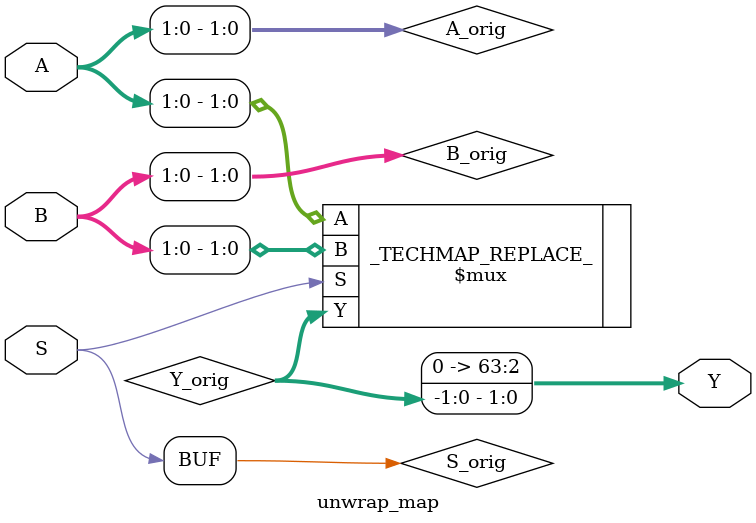
<source format=v>
(* techmap_celltype = "\$__mux_wrapper" *)
module unwrap_map #(
    parameter WIDTH = 0
) (
    input wire [63:0] A,
    input wire [63:0] B,
    input wire S,
    output wire [63:0] Y
);

  wire [WIDTH-1:0] A_orig;
  wire [WIDTH-1:0] B_orig;
  wire S_orig;
  wire [WIDTH-1:0] Y_orig;
  assign A_orig = A;
  assign B_orig = B;
  assign S_orig = S;
  assign Y = Y_orig;
  \$mux #(
      .WIDTH(WIDTH)
  ) _TECHMAP_REPLACE_ (
      .A(A_orig),
      .B(B_orig),
      .S(S_orig),
      .Y(Y_orig)
  );

endmodule

</source>
